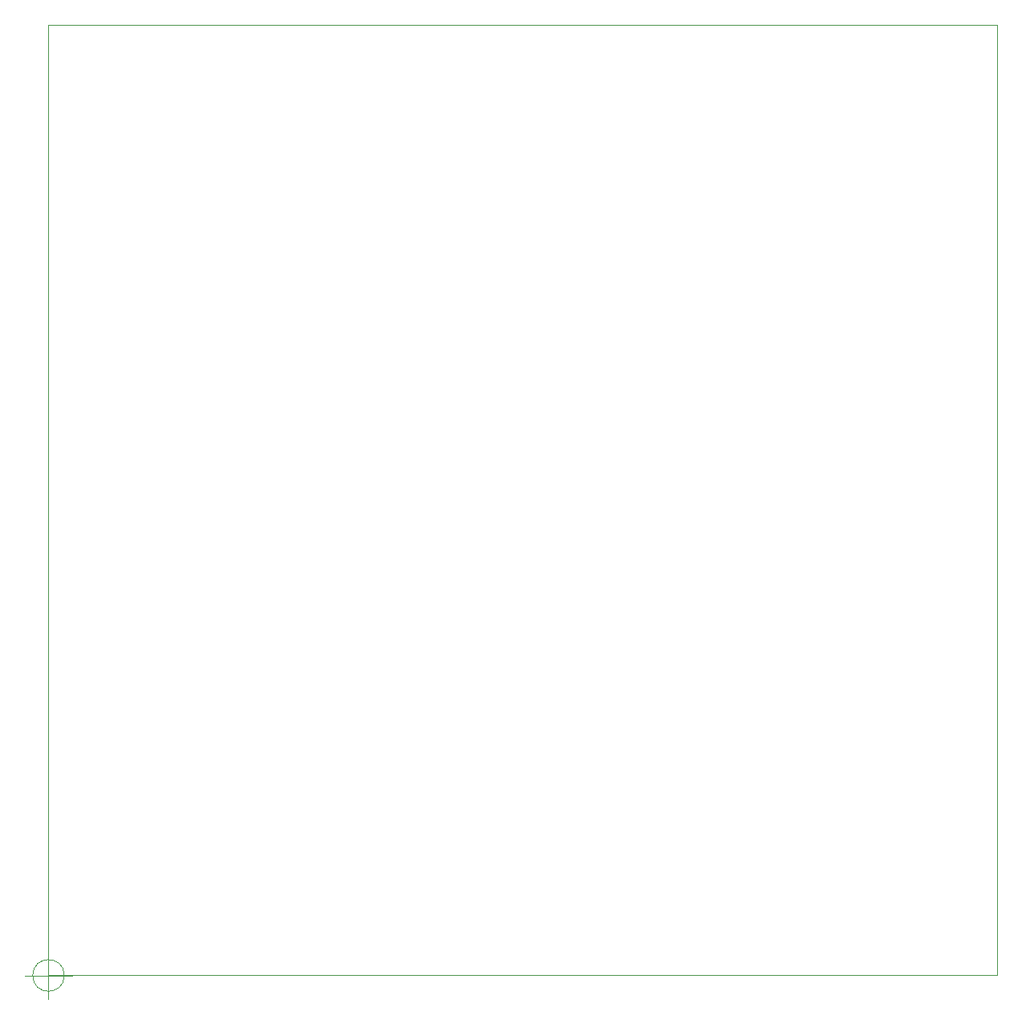
<source format=gbr>
%TF.GenerationSoftware,KiCad,Pcbnew,(6.0.4)*%
%TF.CreationDate,2022-10-08T16:21:05+02:00*%
%TF.ProjectId,smeter,736d6574-6572-42e6-9b69-6361645f7063,0.2*%
%TF.SameCoordinates,PX5de3a50PY84ba458*%
%TF.FileFunction,Component,L2,Bot*%
%TF.FilePolarity,Positive*%
%FSLAX46Y46*%
G04 Gerber Fmt 4.6, Leading zero omitted, Abs format (unit mm)*
G04 Created by KiCad (PCBNEW (6.0.4)) date 2022-10-08 16:21:05*
%MOMM*%
%LPD*%
G01*
G04 APERTURE LIST*
%TA.AperFunction,Profile*%
%ADD10C,0.100000*%
%TD*%
G04 APERTURE END LIST*
D10*
X100025000Y100175000D02*
X-50000Y100175000D01*
X-50000Y100175000D02*
X-50000Y-25000D01*
X-50000Y-25000D02*
X100025000Y-25000D01*
X100025000Y-25000D02*
X100025000Y100175000D01*
X1641666Y-50000D02*
G75*
G03*
X1641666Y-50000I-1666666J0D01*
G01*
X-2525000Y-50000D02*
X2475000Y-50000D01*
X-25000Y2450000D02*
X-25000Y-2550000D01*
M02*

</source>
